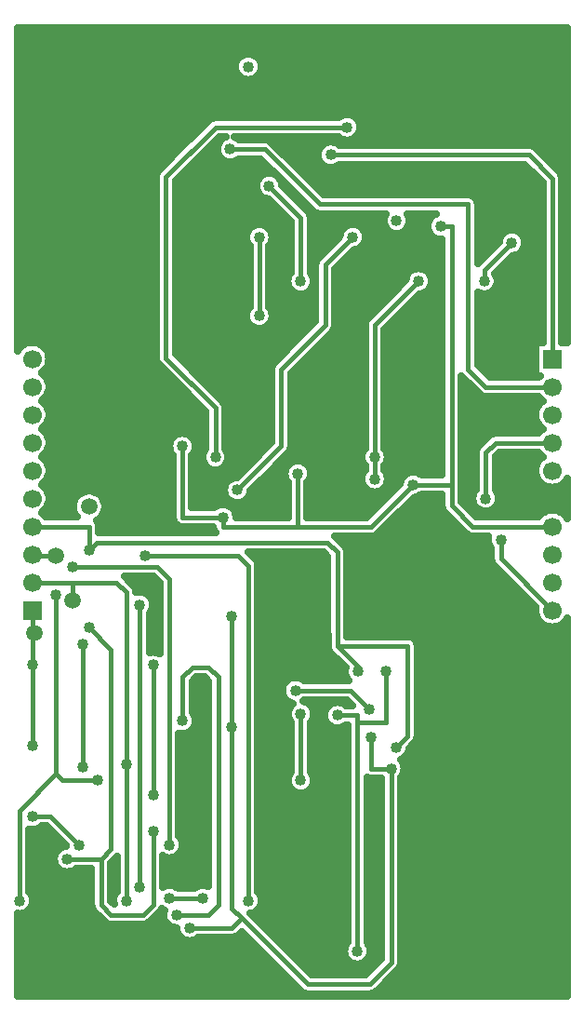
<source format=gbr>
G04 DipTrace 3.0.0.2*
G04 Bottom.gbr*
%MOIN*%
G04 #@! TF.FileFunction,Copper,L2,Bot*
G04 #@! TF.Part,Single*
G04 #@! TA.AperFunction,Conductor*
%ADD13C,0.015748*%
G04 #@! TA.AperFunction,CopperBalancing*
%ADD14C,0.025*%
G04 #@! TA.AperFunction,ComponentPad*
%ADD18R,0.066929X0.066929*%
%ADD19C,0.066929*%
%ADD20C,0.059055*%
G04 #@! TA.AperFunction,ViaPad*
%ADD25C,0.04*%
%FSLAX26Y26*%
G04*
G70*
G90*
G75*
G01*
G04 Bottom*
%LPD*%
X1023622Y2401575D2*
D13*
Y2147323D1*
X1168661D1*
X1200787Y1791339D2*
X1199370Y1789921D1*
Y1395280D1*
X1698154Y1360236D2*
Y1247047D1*
X1771654D1*
X1850394Y2263780D2*
X1988189D1*
Y2188583D1*
X2062992Y2113780D1*
X2349606D1*
X1988189Y2263780D2*
Y3188976D1*
X1948819D1*
X1168661Y2147323D2*
Y2111890D1*
X1437008D1*
X1698504D1*
X1850394Y2263780D1*
X1199370Y1395280D2*
Y746929D1*
X1234803Y711496D1*
X1199370Y676063D1*
X1049173D1*
X1771654Y1247047D2*
Y551181D1*
X1695122Y474650D1*
X1471650D1*
X1234803Y711496D1*
X1437008Y2303150D2*
Y2111890D1*
X1001614Y873622D2*
X1104252Y976260D1*
Y1138740D1*
X1721732Y2003937D2*
Y1830709D1*
X1712598D1*
X1024567Y1340551D2*
X1104252Y1420236D1*
Y1526575D1*
Y1138740D2*
Y1260866D1*
X1024567Y1340551D1*
X1712598Y1830709D2*
X1628228D1*
X1626614Y1832323D1*
X2110571Y2213941D2*
Y2378346D1*
X2146004Y2413780D1*
X2349606D1*
X1299213Y3149563D2*
Y2867795D1*
X1712598Y2283465D2*
Y2362205D1*
X2106299Y2992126D2*
Y3031496D1*
X2204724Y3129921D1*
X1712598Y2362205D2*
Y2834646D1*
X1870079Y2992126D1*
X610551Y923622D2*
X732291D1*
Y759055D1*
X767724Y723622D1*
X882835D1*
X918268Y759055D1*
Y1023622D1*
X688976Y1751969D2*
X767724Y1673220D1*
Y959055D1*
X732291Y923622D1*
X870709Y823622D2*
Y1833189D1*
X977008Y783307D2*
X1096732D1*
X1194567Y3464567D2*
X1318898D1*
X1515748Y3267717D1*
X2047244D1*
Y2677106D1*
X2110571Y2613780D1*
X2349606D1*
X2165354Y2066929D2*
Y1998031D1*
X2349606Y1813780D1*
X1447480Y2992126D2*
Y3220157D1*
X1334646Y3332992D1*
X1555118Y3444882D2*
X2265276D1*
X2349606Y3360551D1*
Y2713780D1*
X1220472Y2244094D2*
X1377953Y2401575D1*
Y2677165D1*
X1535433Y2834646D1*
Y3051181D1*
X1633858Y3149606D1*
X1141732Y2362205D2*
Y2539370D1*
X964567Y2716535D1*
Y3366142D1*
X1141732Y3543307D1*
X1614173D1*
X1579055Y1437992D2*
X1650594D1*
Y1412717D1*
X1751969D1*
Y1594488D1*
X1650594Y593075D2*
Y1412717D1*
X667256Y1692913D2*
Y1252283D1*
X1024567Y1418307D2*
Y1574134D1*
X1060000Y1609567D1*
X1116378D1*
X1151811Y1574134D1*
Y759055D1*
X1116378Y723622D1*
X1001614D1*
X1428150Y1526575D2*
X1626500D1*
X1692799Y1460276D1*
X823150Y773622D2*
Y1262799D1*
Y1878346D1*
X787717Y1913780D1*
X629921D1*
X485039D1*
X629921Y1850394D2*
Y1913780D1*
X652756Y973622D2*
X551260Y1075118D1*
X487508D1*
X485039Y1813780D2*
Y1732283D1*
Y1618110D1*
X918622D2*
Y1150866D1*
X485039Y1618110D2*
Y1328697D1*
X492126Y1732283D2*
X485039D1*
X719492Y1204724D2*
X593622D1*
X570866Y1227480D1*
Y1870079D1*
X1447835Y1442835D2*
Y1204728D1*
X570866Y1227480D2*
X439949Y1096563D1*
Y773622D1*
X570866Y2007874D2*
X490945D1*
X485039Y2013780D1*
Y2113780D2*
X688976D1*
Y2027559D1*
X717874Y2056457D1*
X1543622D1*
X1579055Y2021024D1*
Y1686339D1*
X1653543Y1611850D1*
Y1594488D1*
X1579055Y1686339D2*
X1830709D1*
Y1363504D1*
X1790039Y1322835D1*
X629921Y1968504D2*
X934409D1*
X977008Y1925906D1*
Y973622D1*
X889764Y2008898D2*
X1224724D1*
X1260157Y1973465D1*
Y773622D1*
D25*
X1712598Y2283465D3*
Y2362205D3*
X1870079Y2992126D3*
X2106299D3*
X2204724Y3129921D3*
X1437008Y2303150D3*
X1141732Y2362205D3*
X1220472Y2244094D3*
X1614173Y3543307D3*
X1633858Y3149606D3*
X1259843Y3759843D3*
X1791339Y3208661D3*
X1168661Y2147323D3*
X1023622Y2401575D3*
X1049173Y676063D3*
X1199370Y1395280D3*
X1698154Y1360236D3*
X1948819Y3188976D3*
X1200787Y1791339D3*
X1771654Y1247047D3*
X1850394Y2263780D3*
X1104252Y1138740D3*
X1001614Y873622D3*
X1712598Y1830709D3*
X1626614Y1832323D3*
X1721732Y2003937D3*
X1024567Y1340551D3*
X1104252Y1526575D3*
X2110571Y2213941D3*
X1299213Y2867795D3*
Y3149563D3*
X870709Y1833189D3*
X1096732Y783307D3*
X977008D3*
X870709Y823622D3*
X1194567Y3464567D3*
X2165354Y2066929D3*
X1334646Y3332992D3*
X1447480Y2992126D3*
X1555118Y3444882D3*
X1579055Y1437992D3*
X1650594Y593075D3*
X1751969Y1594488D3*
X667256Y1252283D3*
Y1692913D3*
X1001614Y723622D3*
X1024567Y1418307D3*
X1692799Y1460276D3*
X1428150Y1526575D3*
X823150Y773622D3*
Y1262799D3*
X487508Y1075118D3*
X485039Y1328697D3*
X918622Y1150866D3*
Y1618110D3*
X485039D3*
X652756Y973622D3*
X570866Y1870079D3*
X719492Y1204724D3*
X1447835Y1204728D3*
Y1442835D3*
X439949Y773622D3*
X688976Y2027559D3*
X1653543Y1594488D3*
X1790039Y1322835D3*
X977008Y973622D3*
X629921Y1968504D3*
X1260157Y773622D3*
X889764Y2008898D3*
X918268Y1023622D3*
X688976Y1751969D3*
X610551Y923622D3*
X434685Y3873655D2*
D14*
X2399974D1*
X434685Y3848786D2*
X2399974D1*
X434685Y3823917D2*
X2399974D1*
X434685Y3799049D2*
X1232346D1*
X1287346D2*
X2399974D1*
X434685Y3774180D2*
X1213108D1*
X1306584D2*
X2399974D1*
X434685Y3749311D2*
X1212083D1*
X1307610D2*
X2399974D1*
X434685Y3724442D2*
X1227219D1*
X1292474D2*
X2399974D1*
X434685Y3699573D2*
X2399974D1*
X434685Y3674705D2*
X2399974D1*
X434685Y3649836D2*
X2399974D1*
X434685Y3624967D2*
X2399974D1*
X434685Y3600098D2*
X2399974D1*
X434685Y3575230D2*
X1126535D1*
X1650480D2*
X2399974D1*
X434685Y3550361D2*
X1097727D1*
X1662639D2*
X2399974D1*
X434685Y3525492D2*
X1072824D1*
X1659612D2*
X2399974D1*
X434685Y3500623D2*
X1047971D1*
X1150139D2*
X1162749D1*
X1226408D2*
X1593235D1*
X1635100D2*
X2399974D1*
X434685Y3475755D2*
X1023118D1*
X1125286D2*
X1146946D1*
X1358782D2*
X1517844D1*
X2282854D2*
X2399974D1*
X434685Y3450886D2*
X998215D1*
X1100383D2*
X1147630D1*
X1383684D2*
X1506516D1*
X2310344D2*
X2399974D1*
X434685Y3426017D2*
X973362D1*
X1075530D2*
X1166087D1*
X1223039D2*
X1306370D1*
X1408538D2*
X1510130D1*
X2335247D2*
X2399974D1*
X434685Y3401148D2*
X948508D1*
X1050676D2*
X1331223D1*
X1433391D2*
X1536839D1*
X1573382D2*
X2257932D1*
X2360100D2*
X2399974D1*
X434685Y3376280D2*
X929222D1*
X1025774D2*
X1315207D1*
X1458244D2*
X2282786D1*
X2382659D2*
X2399974D1*
X434685Y3351411D2*
X927707D1*
X1001408D2*
X1289475D1*
X1483147D2*
X2307688D1*
X2386467D2*
X2399924D1*
X434685Y3326542D2*
X927707D1*
X1001408D2*
X1286106D1*
X1392180D2*
X1405832D1*
X1508000D2*
X2312766D1*
X2386467D2*
X2399924D1*
X434685Y3301673D2*
X927707D1*
X1001408D2*
X1297776D1*
X1417034D2*
X1430686D1*
X2054924D2*
X2312766D1*
X2386467D2*
X2399924D1*
X434685Y3276804D2*
X927707D1*
X1001408D2*
X1339768D1*
X1441936D2*
X1455588D1*
X2082854D2*
X2312766D1*
X2386467D2*
X2399924D1*
X434685Y3251936D2*
X927707D1*
X1001408D2*
X1364622D1*
X1466790D2*
X1480442D1*
X2084075D2*
X2312766D1*
X2386467D2*
X2399924D1*
X434685Y3227067D2*
X927707D1*
X1001408D2*
X1389475D1*
X1483635D2*
X1746164D1*
X1836516D2*
X1919651D1*
X2084075D2*
X2312766D1*
X2386467D2*
X2399924D1*
X434685Y3202198D2*
X927707D1*
X1001408D2*
X1410618D1*
X1484319D2*
X1742795D1*
X1839886D2*
X1901731D1*
X2084075D2*
X2312766D1*
X2386467D2*
X2399924D1*
X434685Y3177329D2*
X927707D1*
X1001408D2*
X1259446D1*
X1339007D2*
X1410618D1*
X1484319D2*
X1594016D1*
X1673675D2*
X1754514D1*
X1828167D2*
X1901291D1*
X2084075D2*
X2312766D1*
X2386467D2*
X2399924D1*
X434685Y3152461D2*
X927707D1*
X1001408D2*
X1250315D1*
X1348138D2*
X1410618D1*
X1484319D2*
X1584934D1*
X1682756D2*
X1917551D1*
X2084075D2*
X2161546D1*
X2247892D2*
X2312766D1*
X2386467D2*
X2399924D1*
X434685Y3127592D2*
X927707D1*
X1001408D2*
X1255735D1*
X1342668D2*
X1410618D1*
X1484319D2*
X1560764D1*
X1677287D2*
X1951340D1*
X2084075D2*
X2151291D1*
X2253655D2*
X2312766D1*
X2386467D2*
X2399924D1*
X434685Y3102723D2*
X927707D1*
X1001408D2*
X1262375D1*
X1336076D2*
X1410618D1*
X1484319D2*
X1535911D1*
X1638079D2*
X1951340D1*
X2084075D2*
X2126438D1*
X2244915D2*
X2312766D1*
X2386467D2*
X2399924D1*
X434685Y3077854D2*
X927707D1*
X1001408D2*
X1262375D1*
X1336076D2*
X1410618D1*
X1484319D2*
X1511008D1*
X1613176D2*
X1951340D1*
X2084075D2*
X2101584D1*
X2203752D2*
X2312766D1*
X2386467D2*
X2399924D1*
X434685Y3052986D2*
X927707D1*
X1001408D2*
X1262375D1*
X1336076D2*
X1410618D1*
X1484319D2*
X1498606D1*
X1588323D2*
X1951340D1*
X2178850D2*
X2312766D1*
X2386467D2*
X2399924D1*
X434685Y3028117D2*
X927707D1*
X1001408D2*
X1262375D1*
X1336076D2*
X1410618D1*
X1484319D2*
X1498556D1*
X1572307D2*
X1838156D1*
X1901995D2*
X1951340D1*
X2153996D2*
X2312766D1*
X2386467D2*
X2399924D1*
X434685Y3003248D2*
X927707D1*
X1001408D2*
X1262375D1*
X1336076D2*
X1399827D1*
X1572307D2*
X1822434D1*
X1917718D2*
X1951340D1*
X2153948D2*
X2312766D1*
X2386467D2*
X2399924D1*
X434685Y2978379D2*
X927707D1*
X1001408D2*
X1262375D1*
X1336076D2*
X1400559D1*
X1572307D2*
X1805247D1*
X1916984D2*
X1951340D1*
X2153215D2*
X2312766D1*
X2386467D2*
X2399924D1*
X434685Y2953510D2*
X927707D1*
X1001408D2*
X1262375D1*
X1336076D2*
X1419064D1*
X1475871D2*
X1498556D1*
X1572307D2*
X1780392D1*
X1898479D2*
X1951340D1*
X2134710D2*
X2312766D1*
X2386467D2*
X2399924D1*
X434685Y2928642D2*
X927707D1*
X1001408D2*
X1262375D1*
X1336076D2*
X1498556D1*
X1572307D2*
X1755491D1*
X1857659D2*
X1951340D1*
X2084075D2*
X2312766D1*
X2386467D2*
X2399924D1*
X434685Y2903773D2*
X927707D1*
X1001408D2*
X1262375D1*
X1336076D2*
X1498556D1*
X1572307D2*
X1730638D1*
X1832806D2*
X1951340D1*
X2084075D2*
X2312766D1*
X2386467D2*
X2399924D1*
X434685Y2878904D2*
X927707D1*
X1001408D2*
X1251584D1*
X1346867D2*
X1498556D1*
X1572307D2*
X1705783D1*
X1807951D2*
X1951340D1*
X2084075D2*
X2312766D1*
X2386467D2*
X2399924D1*
X434685Y2854035D2*
X927707D1*
X1001408D2*
X1252316D1*
X1346135D2*
X1498556D1*
X1572307D2*
X1681760D1*
X1783050D2*
X1951340D1*
X2084075D2*
X2312766D1*
X2386467D2*
X2399924D1*
X434685Y2829167D2*
X927707D1*
X1001408D2*
X1270823D1*
X1327580D2*
X1478879D1*
X1571867D2*
X1675755D1*
X1758196D2*
X1951340D1*
X2084075D2*
X2312766D1*
X2386467D2*
X2399924D1*
X434685Y2804298D2*
X927707D1*
X1001408D2*
X1454026D1*
X1556144D2*
X1675755D1*
X1749455D2*
X1951340D1*
X2084075D2*
X2312766D1*
X2386467D2*
X2399924D1*
X434685Y2779429D2*
X927707D1*
X1001408D2*
X1429123D1*
X1531291D2*
X1675755D1*
X1749455D2*
X1951340D1*
X2084075D2*
X2312766D1*
X2386467D2*
X2399924D1*
X531487Y2754560D2*
X927707D1*
X1001408D2*
X1404270D1*
X1506438D2*
X1675755D1*
X1749455D2*
X1951340D1*
X2084075D2*
X2287131D1*
X545354Y2729692D2*
X927707D1*
X1002483D2*
X1379416D1*
X1481584D2*
X1675755D1*
X1749455D2*
X1951340D1*
X2084075D2*
X2287131D1*
X546819Y2704823D2*
X929759D1*
X1027386D2*
X1354514D1*
X1456682D2*
X1675755D1*
X1749455D2*
X1951340D1*
X2084075D2*
X2287131D1*
X537054Y2679954D2*
X950071D1*
X1052239D2*
X1341232D1*
X1431828D2*
X1675755D1*
X1749455D2*
X1951340D1*
X2095500D2*
X2287131D1*
X530999Y2655085D2*
X974924D1*
X1077092D2*
X1341087D1*
X1414787D2*
X1675755D1*
X1749455D2*
X1951340D1*
X2120354D2*
X2287131D1*
X545207Y2630217D2*
X999827D1*
X1101946D2*
X1341087D1*
X1414787D2*
X1675755D1*
X1749455D2*
X1951340D1*
X2025042D2*
X2043039D1*
X546916Y2605348D2*
X1024680D1*
X1126848D2*
X1341087D1*
X1414787D2*
X1675755D1*
X1749455D2*
X1951340D1*
X2025042D2*
X2067942D1*
X537395Y2580479D2*
X1049534D1*
X1151702D2*
X1341087D1*
X1414787D2*
X1675755D1*
X1749455D2*
X1951340D1*
X2025042D2*
X2099631D1*
X530510Y2555610D2*
X1074387D1*
X1174504D2*
X1341087D1*
X1414787D2*
X1675755D1*
X1749455D2*
X1951340D1*
X2025042D2*
X2304172D1*
X545060Y2530741D2*
X1099290D1*
X1178606D2*
X1341087D1*
X1414787D2*
X1675755D1*
X1749455D2*
X1951340D1*
X2025042D2*
X2289622D1*
X546966Y2505873D2*
X1104856D1*
X1178606D2*
X1341087D1*
X1414787D2*
X1675755D1*
X1749455D2*
X1951340D1*
X2025042D2*
X2287668D1*
X537736Y2481004D2*
X1104856D1*
X1178606D2*
X1341087D1*
X1414787D2*
X1675755D1*
X1749455D2*
X1951340D1*
X2025042D2*
X2296896D1*
X529974Y2456135D2*
X1104856D1*
X1178606D2*
X1341087D1*
X1414787D2*
X1675755D1*
X1749455D2*
X1951340D1*
X2025042D2*
X2304660D1*
X544866Y2431266D2*
X985324D1*
X1061907D2*
X1104856D1*
X1178606D2*
X1341087D1*
X1414787D2*
X1675755D1*
X1749455D2*
X1951340D1*
X2025042D2*
X2112424D1*
X547063Y2406398D2*
X974875D1*
X1072356D2*
X1104856D1*
X1178606D2*
X1331711D1*
X1414787D2*
X1675755D1*
X1749455D2*
X1951340D1*
X2025042D2*
X2087522D1*
X538079Y2381529D2*
X979172D1*
X1068059D2*
X1096946D1*
X1186516D2*
X1306808D1*
X1408343D2*
X1667795D1*
X1757366D2*
X1951340D1*
X2025042D2*
X2073850D1*
X529436Y2356660D2*
X986790D1*
X1060491D2*
X1093088D1*
X1190374D2*
X1281955D1*
X1384123D2*
X1663938D1*
X1761272D2*
X1951340D1*
X2025042D2*
X2073703D1*
X2147404D2*
X2305198D1*
X544719Y2331791D2*
X986790D1*
X1060491D2*
X1104075D1*
X1179387D2*
X1257102D1*
X1359270D2*
X1397874D1*
X1476115D2*
X1674924D1*
X1750286D2*
X1951340D1*
X2025042D2*
X2073703D1*
X2147404D2*
X2289915D1*
X547112Y2306923D2*
X986790D1*
X1060491D2*
X1232199D1*
X1334367D2*
X1388156D1*
X1485832D2*
X1669944D1*
X1755218D2*
X1830588D1*
X1870207D2*
X1951340D1*
X2025042D2*
X2073703D1*
X2147404D2*
X2287522D1*
X538420Y2282054D2*
X986790D1*
X1060491D2*
X1191135D1*
X1309514D2*
X1393088D1*
X1480950D2*
X1663644D1*
X1761564D2*
X1805148D1*
X2025042D2*
X2073703D1*
X2147404D2*
X2296214D1*
X528899Y2257185D2*
X986790D1*
X1060491D2*
X1173362D1*
X1284660D2*
X1400168D1*
X1473870D2*
X1671751D1*
X1753459D2*
X1792698D1*
X2025042D2*
X2073703D1*
X2147404D2*
X2327316D1*
X2371916D2*
X2399974D1*
X544572Y2232316D2*
X656419D1*
X721526D2*
X986790D1*
X1060491D2*
X1173020D1*
X1267962D2*
X1400168D1*
X1473870D2*
X1767844D1*
X2025042D2*
X2065354D1*
X2155755D2*
X2399974D1*
X547160Y2207448D2*
X635130D1*
X742815D2*
X986790D1*
X1060491D2*
X1189378D1*
X1251604D2*
X1400168D1*
X1473870D2*
X1742991D1*
X1845159D2*
X1951340D1*
X2025042D2*
X2062034D1*
X2159123D2*
X2399974D1*
X538762Y2182579D2*
X630491D1*
X747454D2*
X986790D1*
X1060491D2*
X1135862D1*
X1201458D2*
X1400168D1*
X1473870D2*
X1718088D1*
X1820256D2*
X1951878D1*
X2045256D2*
X2073752D1*
X2147404D2*
X2399974D1*
X528362Y2157710D2*
X637571D1*
X740374D2*
X986790D1*
X1216496D2*
X1400168D1*
X1473870D2*
X1693235D1*
X1795403D2*
X1967991D1*
X2070159D2*
X2306320D1*
X720060Y2132841D2*
X989963D1*
X1770550D2*
X1992844D1*
X725823Y2107972D2*
X1132054D1*
X1745647D2*
X2017698D1*
X1719768Y2083104D2*
X2045042D1*
X1592912Y2058235D2*
X2117160D1*
X1613615Y2033366D2*
X2128488D1*
X1276214Y2008497D2*
X1540500D1*
X1615911D2*
X2128488D1*
X1295451Y1983629D2*
X1542210D1*
X1615911D2*
X2131663D1*
X1297014Y1958760D2*
X1542210D1*
X1615911D2*
X2153538D1*
X818694Y1933891D2*
X917942D1*
X1297014D2*
X1542210D1*
X1615911D2*
X2178391D1*
X843547Y1909022D2*
X940159D1*
X1297014D2*
X1542210D1*
X1615911D2*
X2203294D1*
X859514Y1884154D2*
X940159D1*
X1297014D2*
X1542210D1*
X1615911D2*
X2228147D1*
X911663Y1859285D2*
X940159D1*
X1297014D2*
X1542210D1*
X1615911D2*
X2253000D1*
X919671Y1834416D2*
X940159D1*
X1297014D2*
X1542210D1*
X1615911D2*
X2277903D1*
X913224Y1809547D2*
X940159D1*
X1297014D2*
X1542210D1*
X1615911D2*
X2287278D1*
X907560Y1784678D2*
X940159D1*
X1297014D2*
X1542210D1*
X1615911D2*
X2294699D1*
X907560Y1759810D2*
X940159D1*
X1297014D2*
X1542210D1*
X1615911D2*
X2320970D1*
X2378215D2*
X2399974D1*
X907560Y1734941D2*
X940159D1*
X1297014D2*
X1542210D1*
X1615911D2*
X2399974D1*
X907560Y1710072D2*
X940159D1*
X1297014D2*
X1542210D1*
X1858050D2*
X2399974D1*
X907560Y1685203D2*
X940159D1*
X1297014D2*
X1542210D1*
X1867571D2*
X2399974D1*
X1297014Y1660335D2*
X1553976D1*
X1867571D2*
X2399974D1*
X1297014Y1635466D2*
X1578831D1*
X1867571D2*
X2399974D1*
X1297014Y1610597D2*
X1603732D1*
X1867571D2*
X2399974D1*
X1297014Y1585728D2*
X1605392D1*
X1867571D2*
X2399974D1*
X1062395Y1560860D2*
X1113987D1*
X1297014D2*
X1394260D1*
X1867571D2*
X2399974D1*
X1061419Y1535991D2*
X1114963D1*
X1297014D2*
X1380100D1*
X1867571D2*
X2399974D1*
X1061419Y1511122D2*
X1114963D1*
X1297014D2*
X1381808D1*
X1867571D2*
X2399974D1*
X1061419Y1486253D2*
X1114963D1*
X1297014D2*
X1402512D1*
X1466936D2*
X1615744D1*
X1867571D2*
X2399974D1*
X1061419Y1461385D2*
X1114963D1*
X1297014D2*
X1402707D1*
X1492962D2*
X1536399D1*
X1867571D2*
X2399974D1*
X1069866Y1436516D2*
X1114963D1*
X1297014D2*
X1399290D1*
X1496379D2*
X1530100D1*
X1867571D2*
X2399974D1*
X1073088Y1411647D2*
X1114963D1*
X1297014D2*
X1410862D1*
X1484807D2*
X1538255D1*
X1867571D2*
X2399974D1*
X1061223Y1386778D2*
X1114963D1*
X1297014D2*
X1410959D1*
X1484710D2*
X1613743D1*
X1867571D2*
X2399974D1*
X1013860Y1361909D2*
X1114963D1*
X1297014D2*
X1410959D1*
X1484710D2*
X1613743D1*
X1867522D2*
X2399974D1*
X1013860Y1337041D2*
X1114963D1*
X1297014D2*
X1410959D1*
X1484710D2*
X1613743D1*
X1855315D2*
X2399974D1*
X1013860Y1312172D2*
X1114963D1*
X1297014D2*
X1410959D1*
X1484710D2*
X1613743D1*
X1837786D2*
X2399974D1*
X1013860Y1287303D2*
X1114963D1*
X1297014D2*
X1410959D1*
X1484710D2*
X1613743D1*
X1822503D2*
X2399974D1*
X1013860Y1262434D2*
X1114963D1*
X1297014D2*
X1410959D1*
X1484710D2*
X1613743D1*
X1818010D2*
X2399974D1*
X1013860Y1237566D2*
X1114963D1*
X1297014D2*
X1410959D1*
X1484710D2*
X1613743D1*
X1819671D2*
X2399974D1*
X1013860Y1212697D2*
X1114963D1*
X1297014D2*
X1399534D1*
X1496135D2*
X1613743D1*
X1808488D2*
X2399974D1*
X1013860Y1187828D2*
X1114963D1*
X1297014D2*
X1402024D1*
X1493644D2*
X1613743D1*
X1687444D2*
X1734787D1*
X1808488D2*
X2399974D1*
X1013860Y1162959D2*
X1114963D1*
X1297014D2*
X1424924D1*
X1470744D2*
X1613743D1*
X1687444D2*
X1734787D1*
X1808488D2*
X2399974D1*
X1013860Y1138091D2*
X1114963D1*
X1297014D2*
X1613743D1*
X1687444D2*
X1734787D1*
X1808488D2*
X2399974D1*
X1013860Y1113222D2*
X1114963D1*
X1297014D2*
X1613743D1*
X1687444D2*
X1734787D1*
X1808488D2*
X2399974D1*
X1013860Y1088353D2*
X1114963D1*
X1297014D2*
X1613743D1*
X1687444D2*
X1734787D1*
X1808488D2*
X2399974D1*
X1013860Y1063484D2*
X1114963D1*
X1297014D2*
X1613743D1*
X1687444D2*
X1734787D1*
X1808488D2*
X2399974D1*
X518791Y1038615D2*
X536692D1*
X1013860D2*
X1114963D1*
X1297014D2*
X1613743D1*
X1687444D2*
X1734787D1*
X1808488D2*
X2399974D1*
X476799Y1013747D2*
X561546D1*
X1013860D2*
X1114963D1*
X1297014D2*
X1613743D1*
X1687444D2*
X1734787D1*
X1808488D2*
X2399974D1*
X476799Y988878D2*
X586399D1*
X1023430D2*
X1114963D1*
X1297014D2*
X1613743D1*
X1687444D2*
X1734787D1*
X1808488D2*
X2399974D1*
X476799Y964009D2*
X585031D1*
X1024992D2*
X1114963D1*
X1297014D2*
X1613743D1*
X1687444D2*
X1734787D1*
X1808488D2*
X2399974D1*
X476799Y939140D2*
X564231D1*
X1010686D2*
X1114963D1*
X1297014D2*
X1613743D1*
X1687444D2*
X1734787D1*
X1808488D2*
X2399974D1*
X476799Y914272D2*
X562522D1*
X955119D2*
X1114963D1*
X1297014D2*
X1613743D1*
X1687444D2*
X1734787D1*
X1808488D2*
X2399974D1*
X476799Y889403D2*
X576584D1*
X769134D2*
X786302D1*
X955119D2*
X1114963D1*
X1297014D2*
X1613743D1*
X1687444D2*
X1734787D1*
X1808488D2*
X2399974D1*
X476799Y864534D2*
X695432D1*
X769134D2*
X786302D1*
X955119D2*
X1114963D1*
X1297014D2*
X1613743D1*
X1687444D2*
X1734787D1*
X1808488D2*
X2399974D1*
X476799Y839665D2*
X695432D1*
X769134D2*
X786302D1*
X955119D2*
X1114963D1*
X1297014D2*
X1613743D1*
X1687444D2*
X1734787D1*
X1808488D2*
X2399974D1*
X476799Y814797D2*
X695432D1*
X769134D2*
X786302D1*
X1297014D2*
X1613743D1*
X1687444D2*
X1734787D1*
X1808488D2*
X2399974D1*
X485979Y789928D2*
X695432D1*
X1306194D2*
X1613743D1*
X1687444D2*
X1734787D1*
X1808488D2*
X2399974D1*
X488127Y765059D2*
X695432D1*
X1308343D2*
X1613743D1*
X1687444D2*
X1734787D1*
X1808488D2*
X2399974D1*
X474748Y740190D2*
X701096D1*
X1294963D2*
X1613743D1*
X1687444D2*
X1734787D1*
X1808488D2*
X2399974D1*
X434685Y715322D2*
X724924D1*
X925627D2*
X953391D1*
X1282072D2*
X1613743D1*
X1687444D2*
X1734787D1*
X1808488D2*
X2399974D1*
X434685Y690453D2*
X756272D1*
X894280D2*
X966526D1*
X1306927D2*
X1613743D1*
X1687444D2*
X1734787D1*
X1808488D2*
X2399974D1*
X434685Y665584D2*
X1001390D1*
X1331780D2*
X1613743D1*
X1687444D2*
X1734787D1*
X1808488D2*
X2399974D1*
X434685Y640715D2*
X1016476D1*
X1081878D2*
X1254514D1*
X1356682D2*
X1613743D1*
X1687444D2*
X1734787D1*
X1808488D2*
X2399974D1*
X434685Y615846D2*
X1279367D1*
X1381535D2*
X1607542D1*
X1693644D2*
X1734787D1*
X1808488D2*
X2399974D1*
X434685Y590978D2*
X1304222D1*
X1406390D2*
X1601634D1*
X1699554D2*
X1734787D1*
X1808488D2*
X2399974D1*
X434685Y566109D2*
X1329123D1*
X1431291D2*
X1610227D1*
X1690959D2*
X1734787D1*
X1808488D2*
X2399974D1*
X434685Y541240D2*
X1353976D1*
X1456144D2*
X1710618D1*
X1807024D2*
X2399974D1*
X434685Y516371D2*
X1378831D1*
X1480999D2*
X1685764D1*
X1787932D2*
X2399974D1*
X434685Y491503D2*
X1403732D1*
X1763079D2*
X2399974D1*
X434685Y466634D2*
X1428587D1*
X1738176D2*
X2399974D1*
X434685Y441765D2*
X1459202D1*
X1707560D2*
X2399974D1*
X518094Y2163747D2*
X523978Y2159371D1*
X530631Y2152718D1*
X534148Y2148119D1*
X646807Y2148146D1*
X641211Y2155769D1*
X637220Y2163601D1*
X634504Y2171962D1*
X633130Y2180644D1*
Y2189434D1*
X634504Y2198117D1*
X637220Y2206478D1*
X641211Y2214310D1*
X646379Y2221421D1*
X652594Y2227636D1*
X659706Y2232804D1*
X667538Y2236795D1*
X675899Y2239512D1*
X684581Y2240886D1*
X693371D1*
X702054Y2239512D1*
X710415Y2236795D1*
X718247Y2232804D1*
X725358Y2227636D1*
X731573Y2221421D1*
X736741Y2214310D1*
X740732Y2206478D1*
X743449Y2198117D1*
X744823Y2189434D1*
Y2180644D1*
X743449Y2171962D1*
X740732Y2163601D1*
X736741Y2155769D1*
X731573Y2148657D1*
X725358Y2142442D1*
X718247Y2137274D1*
X715444Y2135705D1*
X719597Y2129382D1*
X721660Y2124399D1*
X722920Y2119156D1*
X723343Y2113780D1*
Y2090781D1*
X1141555Y2090823D1*
X1138041Y2096287D1*
X1135978Y2101270D1*
X1134718Y2106513D1*
X1134308Y2112217D1*
X1131161Y2112957D1*
X1020925Y2113063D1*
X1015600Y2113907D1*
X1010471Y2115572D1*
X1005665Y2118021D1*
X1001303Y2121190D1*
X997490Y2125004D1*
X994320Y2129366D1*
X991871Y2134172D1*
X990206Y2139301D1*
X989362Y2144626D1*
X989256Y2247323D1*
Y2370223D1*
X983982Y2377282D1*
X980669Y2383783D1*
X978415Y2390722D1*
X977273Y2397927D1*
Y2405223D1*
X978415Y2412428D1*
X980669Y2419366D1*
X983982Y2425867D1*
X988269Y2431769D1*
X993428Y2436928D1*
X999329Y2441215D1*
X1005831Y2444528D1*
X1012769Y2446782D1*
X1019974Y2447924D1*
X1027270D1*
X1034475Y2446782D1*
X1041413Y2444528D1*
X1047915Y2441215D1*
X1053816Y2436928D1*
X1058975Y2431769D1*
X1063262Y2425867D1*
X1066575Y2419366D1*
X1068829Y2412428D1*
X1069971Y2405223D1*
Y2397927D1*
X1068829Y2390722D1*
X1066575Y2383783D1*
X1063262Y2377282D1*
X1057978Y2370302D1*
X1057988Y2181702D1*
X1137343Y2181689D1*
X1144369Y2186963D1*
X1150870Y2190276D1*
X1157808Y2192530D1*
X1165013Y2193672D1*
X1172310D1*
X1179514Y2192530D1*
X1186453Y2190276D1*
X1192954Y2186963D1*
X1198856Y2182676D1*
X1204014Y2177517D1*
X1208302Y2171615D1*
X1211614Y2165114D1*
X1213869Y2158176D1*
X1215010Y2150971D1*
X1215112Y2146255D1*
X1402694Y2146256D1*
X1402642Y2271802D1*
X1397367Y2278857D1*
X1394055Y2285358D1*
X1391801Y2292297D1*
X1390659Y2299501D1*
Y2306798D1*
X1391801Y2314003D1*
X1394055Y2320941D1*
X1397367Y2327442D1*
X1401655Y2333344D1*
X1406814Y2338503D1*
X1412715Y2342790D1*
X1419217Y2346102D1*
X1426155Y2348357D1*
X1433360Y2349499D1*
X1440656D1*
X1447861Y2348357D1*
X1454799Y2346102D1*
X1461301Y2342790D1*
X1467202Y2338503D1*
X1472361Y2333344D1*
X1476648Y2327442D1*
X1479961Y2320941D1*
X1482215Y2314003D1*
X1483357Y2306798D1*
Y2299501D1*
X1482215Y2292297D1*
X1479961Y2285358D1*
X1476648Y2278857D1*
X1471364Y2271877D1*
X1471374Y2146265D1*
X1684323Y2146256D1*
X1803920Y2265907D1*
X1805186Y2274633D1*
X1807441Y2281571D1*
X1810753Y2288072D1*
X1815041Y2293974D1*
X1820199Y2299133D1*
X1826101Y2303420D1*
X1832602Y2306732D1*
X1839541Y2308987D1*
X1846745Y2310129D1*
X1854042D1*
X1861247Y2308987D1*
X1868185Y2306732D1*
X1874686Y2303420D1*
X1881667Y2298135D1*
X1953861Y2298146D1*
X1953823Y3142735D1*
X1945171Y3142627D1*
X1937966Y3143769D1*
X1931028Y3146024D1*
X1924526Y3149336D1*
X1918625Y3153623D1*
X1913466Y3158782D1*
X1909178Y3164684D1*
X1905866Y3171185D1*
X1903612Y3178123D1*
X1902470Y3185328D1*
Y3192625D1*
X1903612Y3199829D1*
X1905866Y3206768D1*
X1909178Y3213269D1*
X1913466Y3219171D1*
X1918625Y3224329D1*
X1924526Y3228617D1*
X1931028Y3231929D1*
X1934744Y3233350D1*
X1830692D1*
X1834291Y3226453D1*
X1836546Y3219514D1*
X1837688Y3212310D1*
Y3205013D1*
X1836546Y3197808D1*
X1834291Y3190870D1*
X1830979Y3184369D1*
X1826692Y3178467D1*
X1821533Y3173308D1*
X1815631Y3169021D1*
X1809130Y3165709D1*
X1802192Y3163454D1*
X1794987Y3162312D1*
X1787690D1*
X1780486Y3163454D1*
X1773547Y3165709D1*
X1767046Y3169021D1*
X1761144Y3173308D1*
X1755986Y3178467D1*
X1751698Y3184369D1*
X1748386Y3190870D1*
X1746131Y3197808D1*
X1744990Y3205013D1*
Y3212310D1*
X1746131Y3219514D1*
X1748386Y3226453D1*
X1751975Y3233369D1*
X1513051Y3233457D1*
X1507726Y3234301D1*
X1502597Y3235966D1*
X1497791Y3238415D1*
X1493429Y3241584D1*
X1420736Y3314127D1*
X1304623Y3430240D1*
X1225881Y3430201D1*
X1218860Y3424927D1*
X1212358Y3421614D1*
X1205420Y3419360D1*
X1198215Y3418218D1*
X1190919D1*
X1183714Y3419360D1*
X1176776Y3421614D1*
X1170274Y3424927D1*
X1164373Y3429214D1*
X1159214Y3434373D1*
X1154927Y3440274D1*
X1151614Y3446776D1*
X1149360Y3453714D1*
X1148218Y3460919D1*
Y3468215D1*
X1149360Y3475420D1*
X1151614Y3482358D1*
X1154927Y3488860D1*
X1159214Y3494761D1*
X1164373Y3499920D1*
X1170274Y3504207D1*
X1176776Y3507520D1*
X1180818Y3508958D1*
X1155921Y3508941D1*
X998888Y3351862D1*
X998933Y2730741D1*
X1167865Y2561689D1*
X1171034Y2557327D1*
X1173483Y2552521D1*
X1175148Y2547392D1*
X1175992Y2542067D1*
X1176098Y2439370D1*
Y2393521D1*
X1181373Y2386497D1*
X1184685Y2379996D1*
X1186940Y2373058D1*
X1188081Y2365853D1*
Y2358556D1*
X1186940Y2351352D1*
X1184685Y2344413D1*
X1181373Y2337912D1*
X1177085Y2332010D1*
X1171927Y2326852D1*
X1166025Y2322564D1*
X1159524Y2319252D1*
X1152585Y2316997D1*
X1145381Y2315856D1*
X1138084D1*
X1130879Y2316997D1*
X1123941Y2319252D1*
X1117440Y2322564D1*
X1111538Y2326852D1*
X1106379Y2332010D1*
X1102092Y2337912D1*
X1098780Y2344413D1*
X1096525Y2351352D1*
X1095383Y2358556D1*
Y2365853D1*
X1096525Y2373058D1*
X1098780Y2379996D1*
X1102092Y2386497D1*
X1107377Y2393478D1*
X1107366Y2525144D1*
X938434Y2694217D1*
X935265Y2698579D1*
X932816Y2703385D1*
X931151Y2708513D1*
X930307Y2713839D1*
X930201Y2816535D1*
X930307Y3368839D1*
X931151Y3374164D1*
X932816Y3379293D1*
X935265Y3384098D1*
X938434Y3388461D1*
X1010978Y3461154D1*
X1119413Y3569440D1*
X1123776Y3572609D1*
X1128581Y3575058D1*
X1133710Y3576723D1*
X1139035Y3577567D1*
X1241732Y3577673D1*
X1582895D1*
X1589881Y3582948D1*
X1596382Y3586260D1*
X1603320Y3588514D1*
X1610525Y3589656D1*
X1617822D1*
X1625026Y3588514D1*
X1631965Y3586260D1*
X1638466Y3582948D1*
X1644367Y3578660D1*
X1649526Y3573501D1*
X1653814Y3567600D1*
X1657126Y3561098D1*
X1659381Y3554160D1*
X1660522Y3546955D1*
Y3539659D1*
X1659381Y3532454D1*
X1657126Y3525516D1*
X1653814Y3519014D1*
X1649526Y3513113D1*
X1644367Y3507954D1*
X1638466Y3503667D1*
X1631965Y3500354D1*
X1625026Y3498100D1*
X1617822Y3496958D1*
X1610525D1*
X1603320Y3498100D1*
X1596382Y3500354D1*
X1589881Y3503667D1*
X1582900Y3508951D1*
X1208934Y3508783D1*
X1215675Y3505992D1*
X1221894Y3502180D1*
X1225840Y3498923D1*
X1321594Y3498827D1*
X1326920Y3497983D1*
X1332049Y3496318D1*
X1336854Y3493869D1*
X1341217Y3490699D1*
X1413909Y3418156D1*
X1530022Y3302043D1*
X2049941Y3301976D1*
X2055266Y3301133D1*
X2060395Y3299467D1*
X2065201Y3297018D1*
X2069563Y3293849D1*
X2073377Y3290035D1*
X2076546Y3285673D1*
X2078995Y3280867D1*
X2080660Y3275739D1*
X2081504Y3270413D1*
X2081610Y3167717D1*
Y3055364D1*
X2158268Y3132066D1*
X2159517Y3140774D1*
X2161772Y3147713D1*
X2165084Y3154214D1*
X2169371Y3160115D1*
X2174530Y3165274D1*
X2180432Y3169562D1*
X2186933Y3172874D1*
X2193871Y3175129D1*
X2201076Y3176270D1*
X2208373D1*
X2215577Y3175129D1*
X2222516Y3172874D1*
X2229017Y3169562D1*
X2234919Y3165274D1*
X2240077Y3160115D1*
X2244365Y3154214D1*
X2247677Y3147713D1*
X2249932Y3140774D1*
X2251073Y3133570D1*
Y3126273D1*
X2249932Y3119068D1*
X2247677Y3112130D1*
X2244365Y3105629D1*
X2240077Y3099727D1*
X2234919Y3094568D1*
X2229017Y3090281D1*
X2222516Y3086969D1*
X2215577Y3084714D1*
X2206904Y3083514D1*
X2143433Y3020029D1*
X2147724Y3013234D1*
X2150516Y3006493D1*
X2152219Y2999399D1*
X2152791Y2992126D1*
X2152219Y2984853D1*
X2150516Y2977759D1*
X2147724Y2971018D1*
X2143912Y2964799D1*
X2139175Y2959251D1*
X2133626Y2954513D1*
X2127407Y2950701D1*
X2120667Y2947909D1*
X2113572Y2946206D1*
X2106299Y2945634D1*
X2099026Y2946206D1*
X2091932Y2947909D1*
X2085192Y2950701D1*
X2081592Y2952762D1*
X2081610Y2691301D1*
X2124819Y2648133D1*
X2300463Y2648146D1*
X2305026Y2653812D1*
X2289650Y2653823D1*
Y2773736D1*
X2315285D1*
X2315240Y3346348D1*
X2251039Y3410517D1*
X1586419Y3410516D1*
X1579411Y3405241D1*
X1572909Y3401929D1*
X1565971Y3399675D1*
X1558766Y3398533D1*
X1551470D1*
X1544265Y3399675D1*
X1537327Y3401929D1*
X1530825Y3405241D1*
X1524924Y3409529D1*
X1519765Y3414688D1*
X1515478Y3420589D1*
X1512165Y3427091D1*
X1509911Y3434029D1*
X1508769Y3441234D1*
Y3448530D1*
X1509911Y3455735D1*
X1512165Y3462673D1*
X1515478Y3469175D1*
X1519765Y3475076D1*
X1524924Y3480235D1*
X1530825Y3484522D1*
X1537327Y3487835D1*
X1544265Y3490089D1*
X1551470Y3491231D1*
X1558766D1*
X1565971Y3490089D1*
X1572909Y3487835D1*
X1579411Y3484522D1*
X1586391Y3479238D1*
X2267972Y3479142D1*
X2273298Y3478299D1*
X2278427Y3476633D1*
X2283232Y3474184D1*
X2287594Y3471014D1*
X2360287Y3398472D1*
X2375739Y3382870D1*
X2378908Y3378508D1*
X2381357Y3373702D1*
X2383024Y3368573D1*
X2383866Y3363248D1*
X2383972Y3260551D1*
Y2773783D1*
X2402469Y2773736D1*
X2402461Y3898524D1*
X432185D1*
Y2742127D1*
X436533Y2749021D1*
X442643Y2756176D1*
X449798Y2762286D1*
X457820Y2767201D1*
X466512Y2770802D1*
X475660Y2772999D1*
X485039Y2773736D1*
X494419Y2772999D1*
X503567Y2770802D1*
X512259Y2767201D1*
X520281Y2762286D1*
X527436Y2756176D1*
X533546Y2749021D1*
X538461Y2740999D1*
X542062Y2732307D1*
X544259Y2723159D1*
X544996Y2713780D1*
X544259Y2704400D1*
X542062Y2695252D1*
X538461Y2686560D1*
X533546Y2678538D1*
X527436Y2671383D1*
X520281Y2665273D1*
X518094Y2663812D1*
X523978Y2659371D1*
X530631Y2652718D1*
X536161Y2645106D1*
X540432Y2636724D1*
X543340Y2627776D1*
X544811Y2618484D1*
Y2609075D1*
X543340Y2599783D1*
X540432Y2590835D1*
X536161Y2582453D1*
X530631Y2574841D1*
X523978Y2568188D1*
X518094Y2563812D1*
X523978Y2559371D1*
X530631Y2552718D1*
X536161Y2545106D1*
X540432Y2536724D1*
X543340Y2527776D1*
X544811Y2518484D1*
Y2509075D1*
X543340Y2499783D1*
X540432Y2490835D1*
X536161Y2482453D1*
X530631Y2474841D1*
X523978Y2468188D1*
X518094Y2463812D1*
X523978Y2459371D1*
X530631Y2452718D1*
X536161Y2445106D1*
X540432Y2436724D1*
X543340Y2427776D1*
X544811Y2418484D1*
Y2409075D1*
X543340Y2399783D1*
X540432Y2390835D1*
X536161Y2382453D1*
X530631Y2374841D1*
X523978Y2368188D1*
X518094Y2363812D1*
X523978Y2359371D1*
X530631Y2352718D1*
X536161Y2345106D1*
X540432Y2336724D1*
X543340Y2327776D1*
X544811Y2318484D1*
Y2309075D1*
X543340Y2299783D1*
X540432Y2290835D1*
X536161Y2282453D1*
X530631Y2274841D1*
X523978Y2268188D1*
X518094Y2263812D1*
X523978Y2259371D1*
X530631Y2252718D1*
X536161Y2245106D1*
X540432Y2236724D1*
X543340Y2227776D1*
X544811Y2218484D1*
Y2209075D1*
X543340Y2199783D1*
X540432Y2190835D1*
X536161Y2182453D1*
X530631Y2174841D1*
X523978Y2168188D1*
X518094Y2163812D1*
X2316551Y2563812D2*
X2310668Y2568188D1*
X2304014Y2574841D1*
X2300497Y2579440D1*
X2107874Y2579520D1*
X2102549Y2580362D1*
X2097420Y2582029D1*
X2092614Y2584478D1*
X2088252Y2587647D1*
X2022678Y2653092D1*
X2022944Y2652806D1*
X2022678Y2653092D1*
X2022555Y2563976D1*
Y2202793D1*
X2077227Y2148146D1*
X2300444D1*
X2307210Y2156176D1*
X2314365Y2162286D1*
X2322387Y2167201D1*
X2331079Y2170802D1*
X2340227Y2172999D1*
X2349606Y2173736D1*
X2358986Y2172999D1*
X2368134Y2170802D1*
X2376825Y2167201D1*
X2384848Y2162286D1*
X2392003Y2156176D1*
X2398113Y2149021D1*
X2402480Y2141978D1*
X2402461Y2285457D1*
X2398113Y2278538D1*
X2392003Y2271383D1*
X2384848Y2265273D1*
X2376825Y2260358D1*
X2368134Y2256757D1*
X2358986Y2254560D1*
X2349606Y2253823D1*
X2340227Y2254560D1*
X2331079Y2256757D1*
X2322387Y2260358D1*
X2314365Y2265273D1*
X2307210Y2271383D1*
X2301100Y2278538D1*
X2296185Y2286560D1*
X2292584Y2295252D1*
X2290387Y2304400D1*
X2289650Y2313780D1*
X2290387Y2323159D1*
X2292584Y2332307D1*
X2296185Y2340999D1*
X2301100Y2349021D1*
X2307210Y2356176D1*
X2314365Y2362286D1*
X2316551Y2363747D1*
X2310668Y2368188D1*
X2304014Y2374841D1*
X2300497Y2379440D1*
X2160202Y2379413D1*
X2144928Y2364102D1*
X2144937Y2245290D1*
X2150211Y2238234D1*
X2153524Y2231732D1*
X2155778Y2224794D1*
X2156920Y2217589D1*
Y2210293D1*
X2155778Y2203088D1*
X2153524Y2196150D1*
X2150211Y2189648D1*
X2145924Y2183747D1*
X2140765Y2178588D1*
X2134864Y2174301D1*
X2128362Y2170988D1*
X2121424Y2168734D1*
X2114219Y2167592D1*
X2106923D1*
X2099718Y2168734D1*
X2092780Y2170988D1*
X2086278Y2174301D1*
X2080377Y2178588D1*
X2075218Y2183747D1*
X2070930Y2189648D1*
X2067618Y2196150D1*
X2065364Y2203088D1*
X2064222Y2210293D1*
Y2217589D1*
X2065364Y2224794D1*
X2067618Y2231732D1*
X2070930Y2238234D1*
X2076215Y2245214D1*
X2076311Y2381043D1*
X2077155Y2386369D1*
X2078820Y2391497D1*
X2081269Y2396303D1*
X2084438Y2400665D1*
X2121703Y2438080D1*
X2125804Y2441583D1*
X2130402Y2444400D1*
X2135385Y2446463D1*
X2140627Y2447723D1*
X2146004Y2448146D1*
X2300448D1*
X2307210Y2456176D1*
X2314365Y2462286D1*
X2316551Y2463747D1*
X2310668Y2468188D1*
X2304014Y2474841D1*
X2298484Y2482453D1*
X2294214Y2490835D1*
X2291306Y2499783D1*
X2289835Y2509075D1*
Y2518484D1*
X2291306Y2527776D1*
X2294214Y2536724D1*
X2298484Y2545106D1*
X2304014Y2552718D1*
X2310668Y2559371D1*
X2316551Y2563747D1*
X2402480Y1785581D2*
X2398113Y1778538D1*
X2392003Y1771383D1*
X2384848Y1765273D1*
X2376825Y1760358D1*
X2368134Y1756757D1*
X2358986Y1754560D1*
X2349606Y1753823D1*
X2340227Y1754560D1*
X2331079Y1756757D1*
X2322387Y1760358D1*
X2314365Y1765273D1*
X2307210Y1771383D1*
X2301100Y1778538D1*
X2296185Y1786560D1*
X2292584Y1795252D1*
X2290387Y1804400D1*
X2289650Y1813780D1*
X2290600Y1824223D1*
X2139222Y1975713D1*
X2136052Y1980075D1*
X2133604Y1984881D1*
X2131937Y1990009D1*
X2131094Y1995335D1*
X2130988Y2035580D1*
X2125714Y2042636D1*
X2122402Y2049138D1*
X2120147Y2056076D1*
X2119005Y2063281D1*
Y2070577D1*
X2120608Y2079416D1*
X2060295Y2079520D1*
X2054970Y2080362D1*
X2049841Y2082029D1*
X2045035Y2084478D1*
X2040673Y2087647D1*
X1963888Y2164282D1*
X1960386Y2168383D1*
X1957568Y2172980D1*
X1955505Y2177963D1*
X1954245Y2183206D1*
X1953823Y2188583D1*
Y2229451D1*
X1881694Y2229413D1*
X1874686Y2224139D1*
X1868185Y2220827D1*
X1861247Y2218572D1*
X1852573Y2217373D1*
X1720823Y2085757D1*
X1716461Y2082588D1*
X1711655Y2080139D1*
X1706526Y2078472D1*
X1701201Y2077630D1*
X1598504Y2077524D1*
X1571112D1*
X1605188Y2043343D1*
X1608357Y2038980D1*
X1610806Y2034175D1*
X1612471Y2029046D1*
X1613315Y2023720D1*
X1613421Y1921024D1*
Y1720682D1*
X1833406Y1720598D1*
X1838731Y1719756D1*
X1843860Y1718089D1*
X1848665Y1715640D1*
X1853028Y1712471D1*
X1856841Y1708657D1*
X1860010Y1704295D1*
X1862459Y1699490D1*
X1864126Y1694361D1*
X1864969Y1689035D1*
X1865075Y1586339D1*
X1864969Y1360807D1*
X1864126Y1355482D1*
X1862459Y1350353D1*
X1860010Y1345547D1*
X1856841Y1341185D1*
X1836469Y1320663D1*
X1835247Y1311982D1*
X1832992Y1305043D1*
X1829680Y1298542D1*
X1825392Y1292640D1*
X1820234Y1287482D1*
X1814332Y1283194D1*
X1807831Y1279882D1*
X1805437Y1278999D1*
X1809266Y1274374D1*
X1813079Y1268155D1*
X1815870Y1261415D1*
X1817573Y1254320D1*
X1818146Y1247047D1*
X1817573Y1239774D1*
X1815870Y1232680D1*
X1813079Y1225940D1*
X1809266Y1219720D1*
X1806009Y1215774D1*
X1805913Y548484D1*
X1805070Y543159D1*
X1803404Y538030D1*
X1800955Y533224D1*
X1797786Y528862D1*
X1725243Y456169D1*
X1717441Y448517D1*
X1713079Y445348D1*
X1708273Y442899D1*
X1703144Y441234D1*
X1697819Y440390D1*
X1595122Y440283D1*
X1468953Y440390D1*
X1463627Y441234D1*
X1458499Y442899D1*
X1453693Y445348D1*
X1449331Y448517D1*
X1376638Y521060D1*
X1234768Y662930D1*
X1221689Y649930D1*
X1217327Y646761D1*
X1212521Y644312D1*
X1207392Y642647D1*
X1202067Y641803D1*
X1099370Y641697D1*
X1080474D1*
X1073466Y636423D1*
X1066965Y633110D1*
X1060026Y630856D1*
X1052822Y629714D1*
X1045525D1*
X1038320Y630856D1*
X1031382Y633110D1*
X1024881Y636423D1*
X1018979Y640710D1*
X1013820Y645869D1*
X1009533Y651770D1*
X1006220Y658272D1*
X1003966Y665210D1*
X1002824Y672415D1*
X1002723Y677131D1*
X994341Y677702D1*
X987247Y679406D1*
X980507Y682197D1*
X974287Y686009D1*
X968739Y690747D1*
X964001Y696295D1*
X960189Y702514D1*
X957398Y709255D1*
X955694Y716349D1*
X955122Y723622D1*
X955694Y730895D1*
X957398Y737990D1*
X958399Y740705D1*
X952715Y743667D1*
X949858Y745575D1*
X946071Y738856D1*
X942568Y734755D1*
X905154Y697490D1*
X900791Y694320D1*
X895986Y691871D1*
X890857Y690205D1*
X885531Y689362D1*
X782835Y689256D1*
X765028Y689362D1*
X759702Y690205D1*
X754573Y691871D1*
X749768Y694320D1*
X745406Y697490D1*
X707991Y734755D1*
X704488Y738856D1*
X701671Y743453D1*
X699608Y748436D1*
X698348Y753678D1*
X697925Y759055D1*
Y889280D1*
X641911Y889256D1*
X634844Y883982D1*
X628343Y880669D1*
X621404Y878415D1*
X614199Y877273D1*
X606903D1*
X599698Y878415D1*
X592760Y880669D1*
X586259Y883982D1*
X580357Y888269D1*
X575198Y893428D1*
X570911Y899329D1*
X567598Y905831D1*
X565344Y912769D1*
X564202Y919974D1*
Y927270D1*
X565344Y934475D1*
X567598Y941413D1*
X570911Y947915D1*
X575198Y953816D1*
X580357Y958975D1*
X586259Y963262D1*
X592760Y966575D1*
X599698Y968829D1*
X606407Y969974D1*
X606349Y971442D1*
X536995Y1040782D1*
X518789Y1040752D1*
X511801Y1035478D1*
X505299Y1032165D1*
X498361Y1029911D1*
X491156Y1028769D1*
X483860D1*
X476655Y1029911D1*
X474307Y1030572D1*
X474315Y804912D1*
X479589Y797915D1*
X482902Y791413D1*
X485156Y784475D1*
X486298Y777270D1*
Y769974D1*
X485156Y762769D1*
X482902Y755831D1*
X479589Y749329D1*
X475302Y743428D1*
X470143Y738269D1*
X464241Y733982D1*
X457740Y730669D1*
X450802Y728415D1*
X443597Y727273D1*
X436301D1*
X432159Y727806D1*
X432185Y432185D1*
X2402461D1*
Y1785457D1*
X1758948Y2279816D2*
X1757806Y2272612D1*
X1755551Y2265673D1*
X1752239Y2259172D1*
X1747951Y2253270D1*
X1742793Y2248112D1*
X1736891Y2243824D1*
X1730390Y2240512D1*
X1723451Y2238257D1*
X1716247Y2237115D1*
X1708950D1*
X1701745Y2238257D1*
X1694807Y2240512D1*
X1688306Y2243824D1*
X1682404Y2248112D1*
X1677245Y2253270D1*
X1672958Y2259172D1*
X1669646Y2265673D1*
X1667391Y2272612D1*
X1666249Y2279816D1*
Y2287113D1*
X1667391Y2294318D1*
X1669646Y2301256D1*
X1672958Y2307757D1*
X1678243Y2314738D1*
X1678232Y2330877D1*
X1672958Y2337912D1*
X1669646Y2344413D1*
X1667391Y2351352D1*
X1666249Y2358556D1*
Y2365853D1*
X1667391Y2373058D1*
X1669646Y2379996D1*
X1672958Y2386497D1*
X1678243Y2393478D1*
X1678339Y2837343D1*
X1679181Y2842668D1*
X1680848Y2847797D1*
X1683297Y2852602D1*
X1686466Y2856965D1*
X1759008Y2929657D1*
X1823608Y2994256D1*
X1824871Y3002979D1*
X1827126Y3009917D1*
X1830438Y3016419D1*
X1834726Y3022320D1*
X1839885Y3027479D1*
X1845786Y3031766D1*
X1852287Y3035079D1*
X1859226Y3037333D1*
X1866430Y3038475D1*
X1873727D1*
X1880932Y3037333D1*
X1887870Y3035079D1*
X1894371Y3031766D1*
X1900273Y3027479D1*
X1905432Y3022320D1*
X1909719Y3016419D1*
X1913031Y3009917D1*
X1915286Y3002979D1*
X1916428Y2995774D1*
Y2988478D1*
X1915286Y2981273D1*
X1913031Y2974335D1*
X1909719Y2967833D1*
X1905432Y2961932D1*
X1900273Y2956773D1*
X1894371Y2952486D1*
X1887870Y2949173D1*
X1880932Y2946919D1*
X1872259Y2945719D1*
X1746984Y2820430D1*
X1746965Y2393483D1*
X1752239Y2386497D1*
X1755551Y2379996D1*
X1757806Y2373058D1*
X1758948Y2365853D1*
Y2358556D1*
X1757806Y2351352D1*
X1755551Y2344413D1*
X1752239Y2337912D1*
X1746954Y2330932D1*
X1746965Y2314793D1*
X1752239Y2307757D1*
X1755551Y2301256D1*
X1757806Y2294318D1*
X1758948Y2287113D1*
Y2279816D1*
X1266879Y2241915D2*
X1265680Y2233241D1*
X1263425Y2226303D1*
X1260113Y2219802D1*
X1255825Y2213900D1*
X1250667Y2208741D1*
X1244765Y2204454D1*
X1238264Y2201142D1*
X1231325Y2198887D1*
X1224121Y2197745D1*
X1216824D1*
X1209619Y2198887D1*
X1202681Y2201142D1*
X1196180Y2204454D1*
X1190278Y2208741D1*
X1185119Y2213900D1*
X1180832Y2219802D1*
X1177520Y2226303D1*
X1175265Y2233241D1*
X1174123Y2240446D1*
Y2247743D1*
X1175265Y2254948D1*
X1177520Y2261886D1*
X1180832Y2268387D1*
X1185119Y2274289D1*
X1190278Y2279448D1*
X1196180Y2283735D1*
X1202681Y2287047D1*
X1209619Y2289302D1*
X1218293Y2290501D1*
X1343567Y2415790D1*
X1343693Y2679862D1*
X1344535Y2685188D1*
X1346202Y2690316D1*
X1348651Y2695122D1*
X1351820Y2699484D1*
X1424364Y2772177D1*
X1501047Y2848861D1*
X1501173Y3053878D1*
X1502017Y3059203D1*
X1503682Y3064332D1*
X1506131Y3069138D1*
X1509301Y3073500D1*
X1581844Y3146193D1*
X1587402Y3151751D1*
X1588651Y3160459D1*
X1590906Y3167398D1*
X1594218Y3173899D1*
X1598505Y3179801D1*
X1603664Y3184959D1*
X1609566Y3189247D1*
X1616067Y3192559D1*
X1623005Y3194814D1*
X1630210Y3195955D1*
X1637507D1*
X1644711Y3194814D1*
X1651650Y3192559D1*
X1658151Y3189247D1*
X1664052Y3184959D1*
X1669211Y3179801D1*
X1673499Y3173899D1*
X1676811Y3167398D1*
X1679066Y3160459D1*
X1680207Y3153255D1*
Y3145958D1*
X1679066Y3138753D1*
X1676811Y3131815D1*
X1673499Y3125314D1*
X1669211Y3119412D1*
X1664052Y3114253D1*
X1658151Y3109966D1*
X1651650Y3106654D1*
X1644711Y3104399D1*
X1636038Y3103199D1*
X1569804Y3036951D1*
X1569693Y2831949D1*
X1568849Y2826623D1*
X1567184Y2821495D1*
X1564735Y2816689D1*
X1561566Y2812327D1*
X1489022Y2739634D1*
X1412339Y2662950D1*
X1412213Y2398878D1*
X1411370Y2393552D1*
X1409703Y2388424D1*
X1407255Y2383618D1*
X1404085Y2379256D1*
X1331543Y2306563D1*
X1266944Y2241965D1*
X1345562Y2864147D2*
X1344420Y2856942D1*
X1342165Y2850004D1*
X1338853Y2843503D1*
X1334566Y2837601D1*
X1329407Y2832442D1*
X1323505Y2828155D1*
X1317004Y2824843D1*
X1310066Y2822588D1*
X1302861Y2821446D1*
X1295564D1*
X1288360Y2822588D1*
X1281421Y2824843D1*
X1274920Y2828155D1*
X1269018Y2832442D1*
X1263860Y2837601D1*
X1259572Y2843503D1*
X1256260Y2850004D1*
X1254005Y2856942D1*
X1252864Y2864147D1*
Y2871444D1*
X1254005Y2878648D1*
X1256260Y2885587D1*
X1259572Y2892088D1*
X1264857Y2899068D1*
X1264846Y3118235D1*
X1259572Y3125270D1*
X1256260Y3131772D1*
X1254005Y3138710D1*
X1252864Y3145915D1*
Y3153211D1*
X1254005Y3160416D1*
X1256260Y3167354D1*
X1259572Y3173856D1*
X1263860Y3179757D1*
X1269018Y3184916D1*
X1274920Y3189203D1*
X1281421Y3192516D1*
X1288360Y3194770D1*
X1295564Y3195912D1*
X1302861D1*
X1310066Y3194770D1*
X1317004Y3192516D1*
X1323505Y3189203D1*
X1329407Y3184916D1*
X1334566Y3179757D1*
X1338853Y3173856D1*
X1342165Y3167354D1*
X1344420Y3160416D1*
X1345562Y3153211D1*
Y3145915D1*
X1344420Y3138710D1*
X1342165Y3131772D1*
X1338853Y3125270D1*
X1333568Y3118290D1*
X1333579Y2899123D1*
X1338853Y2892088D1*
X1342165Y2885587D1*
X1344420Y2878648D1*
X1345562Y2871444D1*
Y2864147D1*
X917058Y1829541D2*
X915916Y1822336D1*
X913661Y1815398D1*
X910349Y1808896D1*
X905064Y1801916D1*
X905075Y1662633D1*
X911349Y1664030D1*
X918622Y1664602D1*
X925895Y1664030D1*
X932990Y1662327D1*
X939730Y1659535D1*
X942652Y1657898D1*
X942642Y1911659D1*
X920148Y1934164D1*
X815904Y1934138D1*
X849282Y1900665D1*
X852451Y1896303D1*
X854900Y1891497D1*
X856566Y1886369D1*
X857409Y1881043D1*
X857516Y1877810D1*
X867060Y1879538D1*
X874357D1*
X881562Y1878396D1*
X888500Y1876142D1*
X895001Y1872829D1*
X900903Y1868542D1*
X906062Y1863383D1*
X910349Y1857482D1*
X913661Y1850980D1*
X915916Y1844042D1*
X917058Y1836837D1*
Y1829541D1*
X1065459Y817663D2*
X1072440Y822948D1*
X1078941Y826260D1*
X1085879Y828514D1*
X1093084Y829656D1*
X1100381D1*
X1107585Y828514D1*
X1114524Y826260D1*
X1117463Y824906D1*
X1117445Y1559886D1*
X1102134Y1575210D1*
X1074239Y1575201D1*
X1058924Y1559890D1*
X1058933Y1449573D1*
X1064207Y1442600D1*
X1067520Y1436098D1*
X1069774Y1429160D1*
X1070916Y1421955D1*
Y1414659D1*
X1069774Y1407454D1*
X1067520Y1400516D1*
X1064207Y1394014D1*
X1059920Y1388113D1*
X1054761Y1382954D1*
X1048860Y1378667D1*
X1042358Y1375354D1*
X1035420Y1373100D1*
X1028215Y1371958D1*
X1020919D1*
X1013714Y1373100D1*
X1011366Y1373761D1*
X1011374Y1004958D1*
X1016648Y997915D1*
X1019961Y991413D1*
X1022215Y984475D1*
X1023357Y977270D1*
Y969974D1*
X1022215Y962769D1*
X1019961Y955831D1*
X1016648Y949329D1*
X1012361Y943428D1*
X1007202Y938269D1*
X1001301Y933982D1*
X994799Y930669D1*
X987861Y928415D1*
X980656Y927273D1*
X973360D1*
X966155Y928415D1*
X959217Y930669D1*
X952609Y934052D1*
X952715Y822948D1*
X959217Y826260D1*
X966155Y828514D1*
X973360Y829656D1*
X980656D1*
X987861Y828514D1*
X994799Y826260D1*
X1001301Y822948D1*
X1008281Y817663D1*
X1065436Y817673D1*
X1332466Y3286585D2*
X1323793Y3287785D1*
X1316854Y3290039D1*
X1310353Y3293352D1*
X1304451Y3297639D1*
X1299293Y3302798D1*
X1295005Y3308699D1*
X1291693Y3315201D1*
X1289438Y3322139D1*
X1288297Y3329344D1*
Y3336640D1*
X1289438Y3343845D1*
X1291693Y3350783D1*
X1295005Y3357285D1*
X1299293Y3363186D1*
X1304451Y3368345D1*
X1310353Y3372633D1*
X1316854Y3375945D1*
X1323793Y3378199D1*
X1330997Y3379341D1*
X1338294D1*
X1345499Y3378199D1*
X1352437Y3375945D1*
X1358938Y3372633D1*
X1364840Y3368345D1*
X1369999Y3363186D1*
X1374286Y3357285D1*
X1377598Y3350783D1*
X1379853Y3343845D1*
X1381052Y3335172D1*
X1473613Y3242476D1*
X1476782Y3238114D1*
X1479231Y3233308D1*
X1480898Y3228180D1*
X1481740Y3222854D1*
X1481846Y3120157D1*
Y3023429D1*
X1487121Y3016419D1*
X1490433Y3009917D1*
X1492688Y3002979D1*
X1493829Y2995774D1*
Y2988478D1*
X1492688Y2981273D1*
X1490433Y2974335D1*
X1487121Y2967833D1*
X1482833Y2961932D1*
X1477675Y2956773D1*
X1471773Y2952486D1*
X1465272Y2949173D1*
X1458333Y2946919D1*
X1451129Y2945777D1*
X1443832D1*
X1436627Y2946919D1*
X1429689Y2949173D1*
X1423188Y2952486D1*
X1417286Y2956773D1*
X1412127Y2961932D1*
X1407840Y2967833D1*
X1404528Y2974335D1*
X1402273Y2981273D1*
X1401131Y2988478D1*
Y2995774D1*
X1402273Y3002979D1*
X1404528Y3009917D1*
X1407840Y3016419D1*
X1413125Y3023399D1*
X1413114Y3205945D1*
X1332478Y3286559D1*
X1610328Y1403636D2*
X1603348Y1398352D1*
X1596846Y1395039D1*
X1589908Y1392785D1*
X1582703Y1391643D1*
X1575407D1*
X1568202Y1392785D1*
X1561264Y1395039D1*
X1554762Y1398352D1*
X1548861Y1402639D1*
X1543702Y1407798D1*
X1539415Y1413699D1*
X1536102Y1420201D1*
X1533848Y1427139D1*
X1532706Y1434344D1*
Y1441640D1*
X1533848Y1448845D1*
X1536102Y1455783D1*
X1539415Y1462285D1*
X1543702Y1468186D1*
X1548861Y1473345D1*
X1554762Y1477633D1*
X1561264Y1480945D1*
X1568202Y1483199D1*
X1575407Y1484341D1*
X1582703D1*
X1589908Y1483199D1*
X1596846Y1480945D1*
X1603348Y1477633D1*
X1610328Y1472348D1*
X1632131Y1472358D1*
X1612255Y1492219D1*
X1459459Y1492209D1*
X1455157Y1488748D1*
X1462202Y1487051D1*
X1468942Y1484260D1*
X1475161Y1480448D1*
X1480710Y1475710D1*
X1485448Y1470161D1*
X1489260Y1463942D1*
X1492051Y1457202D1*
X1493755Y1450108D1*
X1494327Y1442835D1*
X1493755Y1435562D1*
X1492051Y1428467D1*
X1489260Y1421727D1*
X1485448Y1415508D1*
X1482190Y1411562D1*
X1482201Y1236047D1*
X1487475Y1229021D1*
X1490787Y1222520D1*
X1493042Y1215581D1*
X1494184Y1208377D1*
Y1201080D1*
X1493042Y1193875D1*
X1490787Y1186937D1*
X1487475Y1180436D1*
X1483188Y1174534D1*
X1478029Y1169375D1*
X1472127Y1165088D1*
X1465626Y1161776D1*
X1458688Y1159521D1*
X1451483Y1158379D1*
X1444186D1*
X1436982Y1159521D1*
X1430043Y1161776D1*
X1423542Y1165088D1*
X1417640Y1169375D1*
X1412482Y1174534D1*
X1408194Y1180436D1*
X1404882Y1186937D1*
X1402627Y1193875D1*
X1401486Y1201080D1*
Y1208377D1*
X1402627Y1215581D1*
X1404882Y1222520D1*
X1408194Y1229021D1*
X1413479Y1236001D1*
X1413469Y1411516D1*
X1408194Y1418542D1*
X1404882Y1425043D1*
X1402627Y1431982D1*
X1401486Y1439186D1*
Y1446483D1*
X1402627Y1453688D1*
X1404882Y1460626D1*
X1408194Y1467127D1*
X1412482Y1473029D1*
X1417640Y1478188D1*
X1420827Y1480661D1*
X1413782Y1482358D1*
X1407042Y1485150D1*
X1400823Y1488962D1*
X1395274Y1493699D1*
X1390537Y1499248D1*
X1386724Y1505467D1*
X1383933Y1512207D1*
X1382230Y1519302D1*
X1381657Y1526575D1*
X1382230Y1533848D1*
X1383933Y1540942D1*
X1386724Y1547682D1*
X1390537Y1553902D1*
X1395274Y1559450D1*
X1400823Y1564188D1*
X1407042Y1568000D1*
X1413782Y1570791D1*
X1420877Y1572495D1*
X1428150Y1573067D1*
X1435423Y1572495D1*
X1442517Y1570791D1*
X1449257Y1568000D1*
X1455476Y1564188D1*
X1459423Y1560930D1*
X1621371Y1560941D1*
X1615930Y1567161D1*
X1612118Y1573381D1*
X1609327Y1580121D1*
X1607623Y1587215D1*
X1607051Y1594488D1*
X1607623Y1601761D1*
X1609029Y1607798D1*
X1552923Y1664020D1*
X1549753Y1668382D1*
X1547304Y1673188D1*
X1545639Y1678316D1*
X1544795Y1683642D1*
X1544689Y1786339D1*
Y2006798D1*
X1529378Y2022100D1*
X1260077Y2022091D1*
X1286290Y1995783D1*
X1289459Y1991421D1*
X1291908Y1986615D1*
X1293575Y1981487D1*
X1294417Y1976161D1*
X1294524Y1873465D1*
Y804959D1*
X1299798Y797915D1*
X1303110Y791413D1*
X1305365Y784475D1*
X1306507Y777270D1*
Y769974D1*
X1305365Y762769D1*
X1303110Y755831D1*
X1299798Y749329D1*
X1295510Y743428D1*
X1290352Y738269D1*
X1284450Y733982D1*
X1277949Y730669D1*
X1271010Y728415D1*
X1267218Y727677D1*
X1485909Y508991D1*
X1680878Y509016D1*
X1737285Y565415D1*
X1737287Y1212656D1*
X1695457Y1212787D1*
X1690131Y1213631D1*
X1684954Y1215319D1*
X1684961Y624386D1*
X1690235Y617367D1*
X1693547Y610866D1*
X1695802Y603928D1*
X1696944Y596723D1*
Y589427D1*
X1695802Y582222D1*
X1693547Y575283D1*
X1690235Y568782D1*
X1685948Y562881D1*
X1680789Y557722D1*
X1674887Y553434D1*
X1668386Y550122D1*
X1661448Y547867D1*
X1654243Y546726D1*
X1646946D1*
X1639741Y547867D1*
X1632803Y550122D1*
X1626302Y553434D1*
X1620400Y557722D1*
X1615241Y562881D1*
X1610954Y568782D1*
X1607642Y575283D1*
X1605387Y582222D1*
X1604245Y589427D1*
Y596723D1*
X1605387Y603928D1*
X1607642Y610866D1*
X1610954Y617367D1*
X1616239Y624348D1*
X1616228Y1403671D1*
X1610409Y1403626D1*
X778248Y761685D2*
X776801Y769974D1*
Y777270D1*
X777942Y784475D1*
X780197Y791413D1*
X783509Y797915D1*
X788794Y804895D1*
X788783Y931483D1*
X766648Y909378D1*
X766657Y773281D1*
X778171Y761777D1*
X1306192Y3756194D2*
X1305050Y3748990D1*
X1302795Y3742051D1*
X1299483Y3735550D1*
X1295196Y3729648D1*
X1290037Y3724490D1*
X1284135Y3720202D1*
X1277634Y3716890D1*
X1270696Y3714635D1*
X1263491Y3713493D1*
X1256194D1*
X1248990Y3714635D1*
X1242051Y3716890D1*
X1235550Y3720202D1*
X1229648Y3724490D1*
X1224490Y3729648D1*
X1220202Y3735550D1*
X1216890Y3742051D1*
X1214635Y3748990D1*
X1213493Y3756194D1*
Y3763491D1*
X1214635Y3770696D1*
X1216890Y3777634D1*
X1220202Y3784135D1*
X1224490Y3790037D1*
X1229648Y3795196D1*
X1235550Y3799483D1*
X1242051Y3802795D1*
X1248990Y3805050D1*
X1256194Y3806192D1*
X1263491D1*
X1270696Y3805050D1*
X1277634Y3802795D1*
X1284135Y3799483D1*
X1290037Y3795196D1*
X1295196Y3790037D1*
X1299483Y3784135D1*
X1302795Y3777634D1*
X1305050Y3770696D1*
X1306192Y3763491D1*
Y3756194D1*
D18*
X485039Y1813780D3*
D19*
Y1913780D3*
Y2013780D3*
Y2113780D3*
Y2213780D3*
Y2313780D3*
Y2413780D3*
Y2513780D3*
Y2613780D3*
Y2713780D3*
D18*
X2349606D3*
D19*
Y2613780D3*
Y2513780D3*
Y2413780D3*
Y2313780D3*
Y2213780D3*
Y2113780D3*
Y2013780D3*
Y1913780D3*
Y1813780D3*
D20*
X492126Y1732283D3*
X688976Y2185039D3*
X629921Y1850394D3*
X570866Y2007874D3*
M02*

</source>
